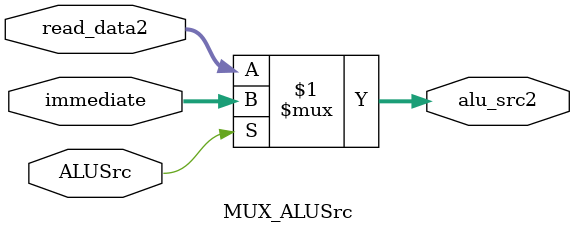
<source format=v>



module MUX_ALUSrc (
    input  [31:0] read_data2,    // Datos del segundo registro leído
    input  [31:0] immediate,      // Valor inmediato extendido
    input  ALUSrc,         // Señal de control para seleccionar la fuente
    output [31:0] alu_src2    // Salida seleccionada para la ALU
);

    assign alu_src2 = (ALUSrc) ? immediate : read_data2;

endmodule


</source>
